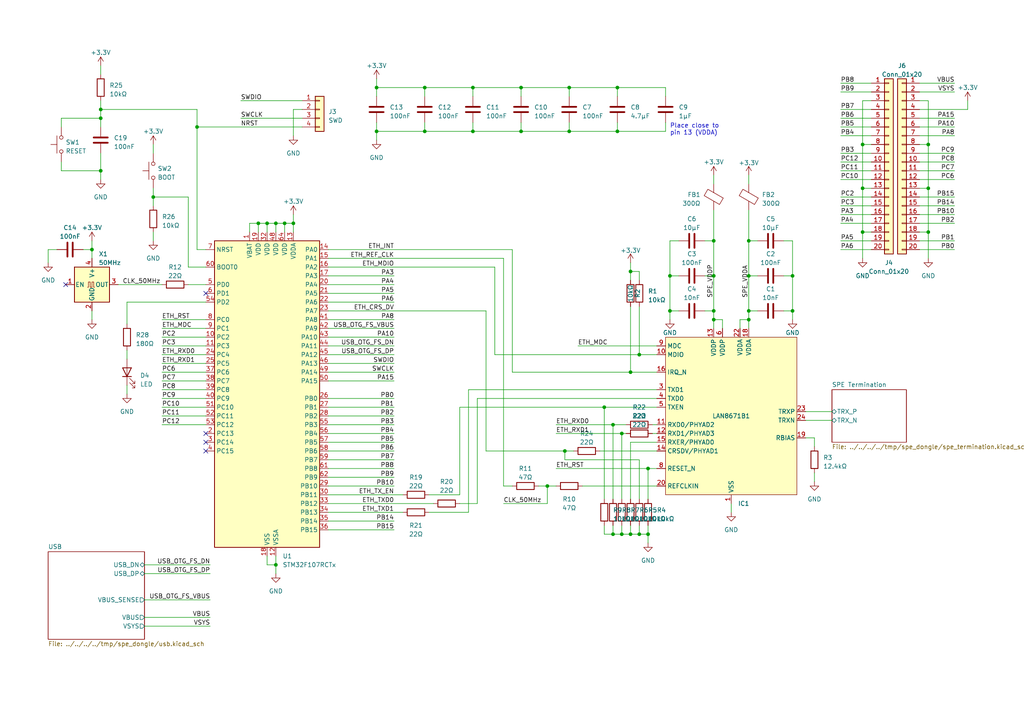
<source format=kicad_sch>
(kicad_sch (version 20230121) (generator eeschema)
  (paper "A4")
  (title_block (title "SPE Dongle") (date "2023-04-15") (rev "1.0") (company "Nathan Dumont"))
  (lib_symbols
    (symbol "Connector_Generic:Conn_01x04" (pin_names (offset 1.016) hide)
      (property "Reference" "J" (at 0 5.08 0))
      (property "Value" "Conn_01x04" (at 0 -7.62 0))
      (symbol "Conn_01x04_1_1"
        (pin passive line (at -5.08 2.54 0) (length 3.81) (name "Pin_1") (number "1"))
        (pin passive line (at -5.08 0 0) (length 3.81) (name "Pin_2") (number "2"))
        (pin passive line (at -5.08 -2.54 0) (length 3.81) (name "Pin_3") (number "3"))
        (pin passive line (at -5.08 -5.08 0) (length 3.81) (name "Pin_4") (number "4"))
      )
    )
    (symbol "Connector_Generic:Conn_01x20" (pin_names (offset 1.016) hide)
      (property "Reference" "J" (at 0 25.4 0))
      (property "Value" "Conn_01x20" (at 0 -27.94 0))
      (symbol "Conn_01x20_1_1"
        (pin passive line (at -5.08 22.86 0) (length 3.81) (name "Pin_1") (number "1"))
        (pin passive line (at -5.08 0 0) (length 3.81) (name "Pin_10") (number "10"))
        (pin passive line (at -5.08 -2.54 0) (length 3.81) (name "Pin_11") (number "11"))
        (pin passive line (at -5.08 -5.08 0) (length 3.81) (name "Pin_12") (number "12"))
        (pin passive line (at -5.08 -7.62 0) (length 3.81) (name "Pin_13") (number "13"))
        (pin passive line (at -5.08 -10.16 0) (length 3.81) (name "Pin_14") (number "14"))
        (pin passive line (at -5.08 -12.7 0) (length 3.81) (name "Pin_15") (number "15"))
        (pin passive line (at -5.08 -15.24 0) (length 3.81) (name "Pin_16") (number "16"))
        (pin passive line (at -5.08 -17.78 0) (length 3.81) (name "Pin_17") (number "17"))
        (pin passive line (at -5.08 -20.32 0) (length 3.81) (name "Pin_18") (number "18"))
        (pin passive line (at -5.08 -22.86 0) (length 3.81) (name "Pin_19") (number "19"))
        (pin passive line (at -5.08 20.32 0) (length 3.81) (name "Pin_2") (number "2"))
        (pin passive line (at -5.08 -25.4 0) (length 3.81) (name "Pin_20") (number "20"))
        (pin passive line (at -5.08 17.78 0) (length 3.81) (name "Pin_3") (number "3"))
        (pin passive line (at -5.08 15.24 0) (length 3.81) (name "Pin_4") (number "4"))
        (pin passive line (at -5.08 12.7 0) (length 3.81) (name "Pin_5") (number "5"))
        (pin passive line (at -5.08 10.16 0) (length 3.81) (name "Pin_6") (number "6"))
        (pin passive line (at -5.08 7.62 0) (length 3.81) (name "Pin_7") (number "7"))
        (pin passive line (at -5.08 5.08 0) (length 3.81) (name "Pin_8") (number "8"))
        (pin passive line (at -5.08 2.54 0) (length 3.81) (name "Pin_9") (number "9"))
      )
    )
    (symbol "Device:C" (pin_numbers hide) (pin_names (offset 0.254))
      (property "Reference" "C" (at 0.635 2.54 0))
      (property "Value" "C" (at 0.635 -2.54 0))
      (symbol "C_1_1"
        (pin passive line (at 0 3.81 270) (length 2.794) (name "~") (number "1"))
        (pin passive line (at 0 -3.81 90) (length 2.794) (name "~") (number "2"))
      )
    )
    (symbol "Device:FerriteBead" (pin_numbers hide) (pin_names (offset 0))
      (property "Reference" "FB" (at -3.81 0.635 90))
      (property "Value" "FerriteBead" (at 3.81 0 90))
      (symbol "FerriteBead_1_1"
        (pin passive line (at 0 3.81 270) (length 2.54) (name "~") (number "1"))
        (pin passive line (at 0 -3.81 90) (length 2.54) (name "~") (number "2"))
      )
    )
    (symbol "Device:LED" (pin_numbers hide) (pin_names (offset 1.016) hide)
      (property "Reference" "D" (at 0 2.54 0))
      (property "Value" "LED" (at 0 -2.54 0))
      (symbol "LED_1_1"
        (pin passive line (at -3.81 0 0) (length 2.54) (name "K") (number "1"))
        (pin passive line (at 3.81 0 180) (length 2.54) (name "A") (number "2"))
      )
    )
    (symbol "Device:R" (pin_numbers hide) (pin_names (offset 0))
      (property "Reference" "R" (at 2.032 0 90))
      (property "Value" "R" (at 0 0 90))
      (symbol "R_1_1"
        (pin passive line (at 0 3.81 270) (length 1.27) (name "~") (number "1"))
        (pin passive line (at 0 -3.81 90) (length 1.27) (name "~") (number "2"))
      )
    )
    (symbol "MCU_ST_STM32F1:STM32F107RCTx"
      (property "Reference" "U" (at -15.24 46.99 0))
      (property "Value" "STM32F107RCTx" (at 10.16 46.99 0))
      (symbol "STM32F107RCTx_1_1"
        (pin power_in line (at -5.08 48.26 270) (length 2.54) (name "VBAT") (number "1"))
        (pin bidirectional line (at -17.78 17.78 0) (length 2.54) (name "PC2") (number "10"))
        (pin bidirectional line (at -17.78 15.24 0) (length 2.54) (name "PC3") (number "11"))
        (pin power_in line (at 2.54 -45.72 90) (length 2.54) (name "VSSA") (number "12"))
        (pin power_in line (at 7.62 48.26 270) (length 2.54) (name "VDDA") (number "13"))
        (pin bidirectional line (at 17.78 43.18 180) (length 2.54) (name "PA0") (number "14"))
        (pin bidirectional line (at 17.78 40.64 180) (length 2.54) (name "PA1") (number "15"))
        (pin bidirectional line (at 17.78 38.1 180) (length 2.54) (name "PA2") (number "16"))
        (pin bidirectional line (at 17.78 35.56 180) (length 2.54) (name "PA3") (number "17"))
        (pin power_in line (at 0 -45.72 90) (length 2.54) (name "VSS") (number "18"))
        (pin power_in line (at -2.54 48.26 270) (length 2.54) (name "VDD") (number "19"))
        (pin bidirectional line (at -17.78 -10.16 0) (length 2.54) (name "PC13") (number "2"))
        (pin bidirectional line (at 17.78 33.02 180) (length 2.54) (name "PA4") (number "20"))
        (pin bidirectional line (at 17.78 30.48 180) (length 2.54) (name "PA5") (number "21"))
        (pin bidirectional line (at 17.78 27.94 180) (length 2.54) (name "PA6") (number "22"))
        (pin bidirectional line (at 17.78 25.4 180) (length 2.54) (name "PA7") (number "23"))
        (pin bidirectional line (at -17.78 12.7 0) (length 2.54) (name "PC4") (number "24"))
        (pin bidirectional line (at -17.78 10.16 0) (length 2.54) (name "PC5") (number "25"))
        (pin bidirectional line (at 17.78 0 180) (length 2.54) (name "PB0") (number "26"))
        (pin bidirectional line (at 17.78 -2.54 180) (length 2.54) (name "PB1") (number "27"))
        (pin bidirectional line (at 17.78 -5.08 180) (length 2.54) (name "PB2") (number "28"))
        (pin bidirectional line (at 17.78 -25.4 180) (length 2.54) (name "PB10") (number "29"))
        (pin bidirectional line (at -17.78 -12.7 0) (length 2.54) (name "PC14") (number "3"))
        (pin bidirectional line (at 17.78 -27.94 180) (length 2.54) (name "PB11") (number "30"))
        (pin passive line (at 0 -45.72 90) (length 2.54) hide (name "VSS") (number "31"))
        (pin power_in line (at 0 48.26 270) (length 2.54) (name "VDD") (number "32"))
        (pin bidirectional line (at 17.78 -30.48 180) (length 2.54) (name "PB12") (number "33"))
        (pin bidirectional line (at 17.78 -33.02 180) (length 2.54) (name "PB13") (number "34"))
        (pin bidirectional line (at 17.78 -35.56 180) (length 2.54) (name "PB14") (number "35"))
        (pin bidirectional line (at 17.78 -38.1 180) (length 2.54) (name "PB15") (number "36"))
        (pin bidirectional line (at -17.78 7.62 0) (length 2.54) (name "PC6") (number "37"))
        (pin bidirectional line (at -17.78 5.08 0) (length 2.54) (name "PC7") (number "38"))
        (pin bidirectional line (at -17.78 2.54 0) (length 2.54) (name "PC8") (number "39"))
        (pin bidirectional line (at -17.78 -15.24 0) (length 2.54) (name "PC15") (number "4"))
        (pin bidirectional line (at -17.78 0 0) (length 2.54) (name "PC9") (number "40"))
        (pin bidirectional line (at 17.78 22.86 180) (length 2.54) (name "PA8") (number "41"))
        (pin bidirectional line (at 17.78 20.32 180) (length 2.54) (name "PA9") (number "42"))
        (pin bidirectional line (at 17.78 17.78 180) (length 2.54) (name "PA10") (number "43"))
        (pin bidirectional line (at 17.78 15.24 180) (length 2.54) (name "PA11") (number "44"))
        (pin bidirectional line (at 17.78 12.7 180) (length 2.54) (name "PA12") (number "45"))
        (pin bidirectional line (at 17.78 10.16 180) (length 2.54) (name "PA13") (number "46"))
        (pin passive line (at 0 -45.72 90) (length 2.54) hide (name "VSS") (number "47"))
        (pin power_in line (at 2.54 48.26 270) (length 2.54) (name "VDD") (number "48"))
        (pin bidirectional line (at 17.78 7.62 180) (length 2.54) (name "PA14") (number "49"))
        (pin bidirectional line (at -17.78 33.02 0) (length 2.54) (name "PD0") (number "5"))
        (pin bidirectional line (at 17.78 5.08 180) (length 2.54) (name "PA15") (number "50"))
        (pin bidirectional line (at -17.78 -2.54 0) (length 2.54) (name "PC10") (number "51"))
        (pin bidirectional line (at -17.78 -5.08 0) (length 2.54) (name "PC11") (number "52"))
        (pin bidirectional line (at -17.78 -7.62 0) (length 2.54) (name "PC12") (number "53"))
        (pin bidirectional line (at -17.78 27.94 0) (length 2.54) (name "PD2") (number "54"))
        (pin bidirectional line (at 17.78 -7.62 180) (length 2.54) (name "PB3") (number "55"))
        (pin bidirectional line (at 17.78 -10.16 180) (length 2.54) (name "PB4") (number "56"))
        (pin bidirectional line (at 17.78 -12.7 180) (length 2.54) (name "PB5") (number "57"))
        (pin bidirectional line (at 17.78 -15.24 180) (length 2.54) (name "PB6") (number "58"))
        (pin bidirectional line (at 17.78 -17.78 180) (length 2.54) (name "PB7") (number "59"))
        (pin bidirectional line (at -17.78 30.48 0) (length 2.54) (name "PD1") (number "6"))
        (pin input line (at -17.78 38.1 0) (length 2.54) (name "BOOT0") (number "60"))
        (pin bidirectional line (at 17.78 -20.32 180) (length 2.54) (name "PB8") (number "61"))
        (pin bidirectional line (at 17.78 -22.86 180) (length 2.54) (name "PB9") (number "62"))
        (pin passive line (at 0 -45.72 90) (length 2.54) hide (name "VSS") (number "63"))
        (pin power_in line (at 5.08 48.26 270) (length 2.54) (name "VDD") (number "64"))
        (pin input line (at -17.78 43.18 0) (length 2.54) (name "NRST") (number "7"))
        (pin bidirectional line (at -17.78 22.86 0) (length 2.54) (name "PC0") (number "8"))
        (pin bidirectional line (at -17.78 20.32 0) (length 2.54) (name "PC1") (number "9"))
      )
    )
    (symbol "Oscillator:XO53" (pin_names (offset 0.254))
      (property "Reference" "X" (at -5.08 6.35 0))
      (property "Value" "XO53" (at 1.27 -6.35 0))
      (symbol "XO53_1_1"
        (pin input line (at -7.62 0 0) (length 2.54) (name "EN") (number "1"))
        (pin power_in line (at 0 -7.62 90) (length 2.54) (name "GND") (number "2"))
        (pin output line (at 7.62 0 180) (length 2.54) (name "OUT") (number "3"))
        (pin power_in line (at 0 7.62 270) (length 2.54) (name "V+") (number "4"))
      )
    )
    (symbol "Switch:SW_Push" (pin_numbers hide) (pin_names (offset 1.016) hide)
      (property "Reference" "SW" (at 1.27 2.54 0))
      (property "Value" "SW_Push" (at 0 -1.524 0))
      (symbol "SW_Push_0_1"
        (pin passive line (at -5.08 0 0) (length 2.54) (name "1") (number "1"))
        (pin passive line (at 5.08 0 180) (length 2.54) (name "2") (number "2"))
      )
    )
    (symbol "power:+3.3V" (power) (pin_names (offset 0))
      (property "Value" "+3.3V" (at 0 3.556 0))
      (symbol "+3.3V_1_1"
        (pin power_in line (at 0 0 90) (length 0) hide (name "+3.3V") (number "1"))
      )
    )
    (symbol "power:GND" (power) (pin_names (offset 0))
      (property "Value" "GND" (at 0 -3.81 0))
      (symbol "GND_1_1"
        (pin power_in line (at 0 0 270) (length 0) hide (name "GND") (number "1"))
      )
    )
    (symbol "power:PWR_FLAG" (power) (pin_numbers hide) (pin_names (offset 0) hide)
      (property "Value" "PWR_FLAG" (at 0 3.81 0))
      (symbol "PWR_FLAG_0_0"
        (pin power_out line (at 0 0 90) (length 0) (name "pwr") (number "1"))
      )
    )
    (symbol "spe:LAN8671B1"
      (property "Reference" "IC" (at 0 0 0))
      (symbol "LAN8671B1_1_1"
        (pin power_in line (at 0 -25.4 90) (length 2.54) (name "VSS") (number "1"))
        (pin bidirectional line (at -21.59 17.78 0) (length 2.54) (name "MDIO") (number "10"))
        (pin output line (at -21.59 -2.54 0) (length 2.54) (name "RXD0/PHYAD2") (number "11"))
        (pin output line (at -21.59 -5.08 0) (length 2.54) (name "RXD1/PHYAD3") (number "12"))
        (pin power_in line (at -5.08 25.4 270) (length 2.54) (name "VDDP") (number "13"))
        (pin output line (at -21.59 -10.16 0) (length 2.54) (name "CRSDV/PHYAD1") (number "14"))
        (pin output line (at -21.59 -7.62 0) (length 2.54) (name "RXER/PHYAD0") (number "15"))
        (pin output line (at -21.59 12.7 0) (length 2.54) (name "IRQ_N") (number "16"))
        (pin no_connect line (at 21.59 6.35 180) (length 2.54) hide (name "DNC") (number "17"))
        (pin power_in line (at 5.08 25.4 270) (length 2.54) (name "VDDA") (number "18"))
        (pin passive line (at 21.59 -6.35 180) (length 2.54) (name "RBIAS") (number "19"))
        (pin no_connect line (at 21.59 11.43 180) (length 2.54) hide (name "DNC") (number "2"))
        (pin passive line (at -21.59 -20.32 0) (length 2.54) (name "REFCLKIN") (number "20"))
        (pin no_connect line (at 21.59 3.81 180) (length 2.54) hide (name "DNC") (number "21"))
        (pin power_in line (at 2.54 25.4 270) (length 2.54) (name "VDDA") (number "22"))
        (pin bidirectional line (at 21.59 1.27 180) (length 2.54) (name "TRXP") (number "23"))
        (pin bidirectional line (at 21.59 -1.27 180) (length 2.54) (name "TRXN") (number "24"))
        (pin power_in line (at 0 -25.4 90) (length 2.54) hide (name "VSS") (number "25"))
        (pin input line (at -21.59 7.62 0) (length 2.54) (name "TXD1") (number "3"))
        (pin input line (at -21.59 5.08 0) (length 2.54) (name "TXD0") (number "4"))
        (pin input line (at -21.59 2.54 0) (length 2.54) (name "TXEN") (number "5"))
        (pin power_in line (at -2.54 25.4 270) (length 2.54) (name "VDDP") (number "6"))
        (pin no_connect line (at 21.59 8.89 180) (length 2.54) hide (name "DNC") (number "7"))
        (pin input line (at -21.59 -15.24 0) (length 2.54) (name "RESET_N") (number "8"))
        (pin input line (at -21.59 20.32 0) (length 2.54) (name "MDC") (number "9"))
      )
    )
  )
  (junction (at 185.42 154.94))
  (junction (at 177.8 123.19))
  (junction (at 29.21 34.29))
  (junction (at 269.24 41.91))
  (junction (at 194.31 90.17))
  (junction (at 109.22 38.1))
  (junction (at 158.75 140.97))
  (junction (at 163.83 130.81))
  (junction (at 217.17 69.85))
  (junction (at 180.34 154.94))
  (junction (at 217.17 80.01))
  (junction (at 217.17 90.17))
  (junction (at 182.88 78.74))
  (junction (at 123.19 25.4))
  (junction (at 182.88 154.94))
  (junction (at 269.24 67.31))
  (junction (at 44.45 57.15))
  (junction (at 229.87 80.01))
  (junction (at 80.01 163.83))
  (junction (at 207.01 90.17))
  (junction (at 207.01 92.71))
  (junction (at 57.15 36.83))
  (junction (at 80.01 64.77))
  (junction (at 109.22 25.4))
  (junction (at 82.55 64.77))
  (junction (at 187.96 135.89))
  (junction (at 207.01 69.85))
  (junction (at 250.19 54.61))
  (junction (at 180.34 125.73))
  (junction (at 85.09 64.77))
  (junction (at 182.88 107.95))
  (junction (at 74.93 64.77))
  (junction (at 137.16 25.4))
  (junction (at 151.13 25.4))
  (junction (at 177.8 154.94))
  (junction (at 175.26 118.11))
  (junction (at 187.96 154.94))
  (junction (at 269.24 54.61))
  (junction (at 179.07 38.1))
  (junction (at 137.16 38.1))
  (junction (at 185.42 102.87))
  (junction (at 229.87 90.17))
  (junction (at 207.01 80.01))
  (junction (at 165.1 38.1))
  (junction (at 217.17 92.71))
  (junction (at 29.21 49.53))
  (junction (at 151.13 38.1))
  (junction (at 29.21 31.75))
  (junction (at 179.07 25.4))
  (junction (at 250.19 41.91))
  (junction (at 123.19 38.1))
  (junction (at 250.19 67.31))
  (junction (at 26.67 72.39))
  (junction (at 77.47 64.77))
  (junction (at 194.31 80.01))
  (junction (at 165.1 25.4))
  (no_connect (at 59.69 130.81))
  (no_connect (at 59.69 128.27))
  (no_connect (at 59.69 85.09))
  (no_connect (at 19.05 82.55))
  (no_connect (at 59.69 125.73))
  (wire (pts (xy 85.09 64.77) (xy 85.09 67.31)))
  (wire (pts (xy 190.5 123.19) (xy 189.23 123.19)))
  (wire (pts (xy 46.99 118.11) (xy 59.69 118.11)))
  (wire (pts (xy 95.25 102.87) (xy 114.3 102.87)))
  (wire (pts (xy 318.77 83.82) (xy 331.47 83.82)))
  (wire (pts (xy 77.47 64.77) (xy 77.47 67.31)))
  (wire (pts (xy 266.7 72.39) (xy 276.86 72.39)))
  (wire (pts (xy 156.21 140.97) (xy 158.75 140.97)))
  (wire (pts (xy 269.24 41.91) (xy 269.24 54.61)))
  (wire (pts (xy 46.99 100.33) (xy 59.69 100.33)))
  (wire (pts (xy 151.13 35.56) (xy 151.13 38.1)))
  (wire (pts (xy 95.25 146.05) (xy 125.73 146.05)))
  (wire (pts (xy 217.17 80.01) (xy 217.17 90.17)))
  (wire (pts (xy 243.84 62.23) (xy 252.73 62.23)))
  (wire (pts (xy 80.01 64.77) (xy 80.01 67.31)))
  (wire (pts (xy 185.42 102.87) (xy 185.42 88.9)))
  (wire (pts (xy 95.25 138.43) (xy 114.3 138.43)))
  (wire (pts (xy 46.99 107.95) (xy 59.69 107.95)))
  (wire (pts (xy 95.25 140.97) (xy 114.3 140.97)))
  (wire (pts (xy 140.97 130.81) (xy 140.97 90.17)))
  (wire (pts (xy 165.1 25.4) (xy 179.07 25.4)))
  (wire (pts (xy 85.09 62.23) (xy 85.09 64.77)))
  (wire (pts (xy 137.16 38.1) (xy 151.13 38.1)))
  (wire (pts (xy 74.93 64.77) (xy 77.47 64.77)))
  (wire (pts (xy 207.01 50.8) (xy 207.01 53.34)))
  (wire (pts (xy 250.19 41.91) (xy 252.73 41.91)))
  (wire (pts (xy 177.8 123.19) (xy 177.8 144.78)))
  (wire (pts (xy 95.25 125.73) (xy 114.3 125.73)))
  (wire (pts (xy 133.35 118.11) (xy 133.35 143.51)))
  (wire (pts (xy 219.71 90.17) (xy 217.17 90.17)))
  (wire (pts (xy 57.15 36.83) (xy 87.63 36.83)))
  (wire (pts (xy 137.16 25.4) (xy 137.16 27.94)))
  (wire (pts (xy 179.07 25.4) (xy 179.07 27.94)))
  (wire (pts (xy 109.22 25.4) (xy 123.19 25.4)))
  (wire (pts (xy 250.19 29.21) (xy 250.19 41.91)))
  (wire (pts (xy 250.19 54.61) (xy 252.73 54.61)))
  (wire (pts (xy 243.84 59.69) (xy 252.73 59.69)))
  (wire (pts (xy 207.01 80.01) (xy 207.01 90.17)))
  (wire (pts (xy 193.04 25.4) (xy 193.04 27.94)))
  (wire (pts (xy 179.07 38.1) (xy 193.04 38.1)))
  (wire (pts (xy 161.29 123.19) (xy 177.8 123.19)))
  (wire (pts (xy 44.45 67.31) (xy 44.45 69.85)))
  (wire (pts (xy 123.19 25.4) (xy 123.19 27.94)))
  (wire (pts (xy 266.7 26.67) (xy 276.86 26.67)))
  (wire (pts (xy 46.99 113.03) (xy 59.69 113.03)))
  (wire (pts (xy 123.19 38.1) (xy 137.16 38.1)))
  (wire (pts (xy 77.47 161.29) (xy 77.47 163.83)))
  (wire (pts (xy 26.67 69.85) (xy 26.67 72.39)))
  (wire (pts (xy 29.21 31.75) (xy 29.21 34.29)))
  (wire (pts (xy 46.99 123.19) (xy 59.69 123.19)))
  (wire (pts (xy 95.25 143.51) (xy 116.84 143.51)))
  (wire (pts (xy 95.25 105.41) (xy 114.3 105.41)))
  (wire (pts (xy 72.39 64.77) (xy 74.93 64.77)))
  (wire (pts (xy 243.84 34.29) (xy 252.73 34.29)))
  (wire (pts (xy 233.68 121.92) (xy 241.3 121.92)))
  (wire (pts (xy 137.16 35.56) (xy 137.16 38.1)))
  (wire (pts (xy 280.67 31.75) (xy 280.67 29.21)))
  (wire (pts (xy 165.1 25.4) (xy 165.1 27.94)))
  (wire (pts (xy 158.75 140.97) (xy 161.29 140.97)))
  (wire (pts (xy 17.78 34.29) (xy 29.21 34.29)))
  (wire (pts (xy 209.55 92.71) (xy 207.01 92.71)))
  (wire (pts (xy 179.07 35.56) (xy 179.07 38.1)))
  (wire (pts (xy 250.19 67.31) (xy 252.73 67.31)))
  (wire (pts (xy 266.7 64.77) (xy 276.86 64.77)))
  (wire (pts (xy 146.05 140.97) (xy 148.59 140.97)))
  (wire (pts (xy 204.47 80.01) (xy 207.01 80.01)))
  (wire (pts (xy 41.91 173.99) (xy 60.96 173.99)))
  (wire (pts (xy 217.17 60.96) (xy 217.17 69.85)))
  (wire (pts (xy 266.7 46.99) (xy 276.86 46.99)))
  (wire (pts (xy 173.99 130.81) (xy 190.5 130.81)))
  (wire (pts (xy 266.7 24.13) (xy 276.86 24.13)))
  (wire (pts (xy 143.51 102.87) (xy 185.42 102.87)))
  (wire (pts (xy 95.25 133.35) (xy 114.3 133.35)))
  (wire (pts (xy 54.61 82.55) (xy 59.69 82.55)))
  (wire (pts (xy 196.85 80.01) (xy 194.31 80.01)))
  (wire (pts (xy 182.88 128.27) (xy 182.88 144.78)))
  (wire (pts (xy 179.07 25.4) (xy 193.04 25.4)))
  (wire (pts (xy 163.83 130.81) (xy 166.37 130.81)))
  (wire (pts (xy 29.21 31.75) (xy 57.15 31.75)))
  (wire (pts (xy 17.78 36.83) (xy 17.78 34.29)))
  (wire (pts (xy 266.7 62.23) (xy 276.86 62.23)))
  (wire (pts (xy 41.91 166.37) (xy 60.96 166.37)))
  (wire (pts (xy 266.7 59.69) (xy 276.86 59.69)))
  (wire (pts (xy 243.84 26.67) (xy 252.73 26.67)))
  (wire (pts (xy 269.24 67.31) (xy 266.7 67.31)))
  (wire (pts (xy 29.21 29.21) (xy 29.21 31.75)))
  (wire (pts (xy 77.47 64.77) (xy 80.01 64.77)))
  (wire (pts (xy 151.13 25.4) (xy 151.13 27.94)))
  (wire (pts (xy 165.1 38.1) (xy 179.07 38.1)))
  (wire (pts (xy 161.29 135.89) (xy 187.96 135.89)))
  (wire (pts (xy 236.22 137.16) (xy 236.22 139.7)))
  (wire (pts (xy 95.25 115.57) (xy 114.3 115.57)))
  (wire (pts (xy 80.01 163.83) (xy 80.01 161.29)))
  (wire (pts (xy 29.21 44.45) (xy 29.21 49.53)))
  (wire (pts (xy 217.17 69.85) (xy 219.71 69.85)))
  (wire (pts (xy 95.25 120.65) (xy 114.3 120.65)))
  (wire (pts (xy 252.73 29.21) (xy 250.19 29.21)))
  (wire (pts (xy 217.17 50.8) (xy 217.17 53.34)))
  (wire (pts (xy 181.61 125.73) (xy 180.34 125.73)))
  (wire (pts (xy 243.84 64.77) (xy 252.73 64.77)))
  (wire (pts (xy 177.8 152.4) (xy 177.8 154.94)))
  (wire (pts (xy 349.25 80.01) (xy 349.25 82.55)))
  (wire (pts (xy 269.24 41.91) (xy 266.7 41.91)))
  (wire (pts (xy 72.39 67.31) (xy 72.39 64.77)))
  (wire (pts (xy 182.88 107.95) (xy 190.5 107.95)))
  (wire (pts (xy 69.85 34.29) (xy 87.63 34.29)))
  (wire (pts (xy 180.34 152.4) (xy 180.34 154.94)))
  (wire (pts (xy 185.42 154.94) (xy 187.96 154.94)))
  (wire (pts (xy 29.21 34.29) (xy 29.21 36.83)))
  (wire (pts (xy 95.25 72.39) (xy 148.59 72.39)))
  (wire (pts (xy 158.75 140.97) (xy 158.75 146.05)))
  (wire (pts (xy 17.78 49.53) (xy 29.21 49.53)))
  (wire (pts (xy 95.25 82.55) (xy 114.3 82.55)))
  (wire (pts (xy 266.7 44.45) (xy 276.86 44.45)))
  (wire (pts (xy 180.34 154.94) (xy 182.88 154.94)))
  (wire (pts (xy 148.59 72.39) (xy 148.59 107.95)))
  (wire (pts (xy 229.87 90.17) (xy 229.87 92.71)))
  (wire (pts (xy 95.25 118.11) (xy 114.3 118.11)))
  (wire (pts (xy 175.26 154.94) (xy 177.8 154.94)))
  (wire (pts (xy 243.84 36.83) (xy 252.73 36.83)))
  (wire (pts (xy 194.31 90.17) (xy 196.85 90.17)))
  (wire (pts (xy 95.25 80.01) (xy 114.3 80.01)))
  (wire (pts (xy 29.21 19.05) (xy 29.21 21.59)))
  (wire (pts (xy 80.01 163.83) (xy 80.01 166.37)))
  (wire (pts (xy 138.43 146.05) (xy 138.43 115.57)))
  (wire (pts (xy 109.22 38.1) (xy 109.22 40.64)))
  (wire (pts (xy 227.33 69.85) (xy 229.87 69.85)))
  (wire (pts (xy 207.01 90.17) (xy 207.01 92.71)))
  (wire (pts (xy 182.88 81.28) (xy 182.88 78.74)))
  (wire (pts (xy 250.19 41.91) (xy 250.19 54.61)))
  (wire (pts (xy 269.24 54.61) (xy 269.24 67.31)))
  (wire (pts (xy 13.97 72.39) (xy 13.97 76.2)))
  (wire (pts (xy 95.25 123.19) (xy 114.3 123.19)))
  (wire (pts (xy 124.46 143.51) (xy 133.35 143.51)))
  (wire (pts (xy 217.17 80.01) (xy 217.17 69.85)))
  (wire (pts (xy 123.19 35.56) (xy 123.19 38.1)))
  (wire (pts (xy 82.55 64.77) (xy 82.55 67.31)))
  (wire (pts (xy 204.47 90.17) (xy 207.01 90.17)))
  (wire (pts (xy 95.25 95.25) (xy 114.3 95.25)))
  (wire (pts (xy 44.45 41.91) (xy 44.45 44.45)))
  (wire (pts (xy 95.25 85.09) (xy 114.3 85.09)))
  (wire (pts (xy 36.83 101.6) (xy 36.83 104.14)))
  (wire (pts (xy 163.83 130.81) (xy 163.83 133.35)))
  (wire (pts (xy 95.25 97.79) (xy 114.3 97.79)))
  (wire (pts (xy 266.7 29.21) (xy 269.24 29.21)))
  (wire (pts (xy 41.91 179.07) (xy 60.96 179.07)))
  (wire (pts (xy 36.83 111.76) (xy 36.83 114.3)))
  (wire (pts (xy 182.88 78.74) (xy 185.42 78.74)))
  (wire (pts (xy 187.96 135.89) (xy 187.96 144.78)))
  (wire (pts (xy 165.1 35.56) (xy 165.1 38.1)))
  (wire (pts (xy 214.63 95.25) (xy 214.63 92.71)))
  (wire (pts (xy 180.34 125.73) (xy 180.34 144.78)))
  (wire (pts (xy 95.25 148.59) (xy 116.84 148.59)))
  (wire (pts (xy 44.45 57.15) (xy 54.61 57.15)))
  (wire (pts (xy 95.25 90.17) (xy 140.97 90.17)))
  (wire (pts (xy 57.15 36.83) (xy 57.15 72.39)))
  (wire (pts (xy 209.55 95.25) (xy 209.55 92.71)))
  (wire (pts (xy 54.61 77.47) (xy 59.69 77.47)))
  (wire (pts (xy 266.7 31.75) (xy 280.67 31.75)))
  (wire (pts (xy 41.91 163.83) (xy 60.96 163.83)))
  (wire (pts (xy 46.99 102.87) (xy 59.69 102.87)))
  (wire (pts (xy 137.16 25.4) (xy 151.13 25.4)))
  (wire (pts (xy 163.83 133.35) (xy 185.42 133.35)))
  (wire (pts (xy 54.61 57.15) (xy 54.61 77.47)))
  (wire (pts (xy 185.42 78.74) (xy 185.42 81.28)))
  (wire (pts (xy 187.96 154.94) (xy 187.96 152.4)))
  (wire (pts (xy 331.47 97.79) (xy 331.47 93.98)))
  (wire (pts (xy 151.13 38.1) (xy 165.1 38.1)))
  (wire (pts (xy 109.22 35.56) (xy 109.22 38.1)))
  (wire (pts (xy 57.15 31.75) (xy 57.15 36.83)))
  (wire (pts (xy 124.46 148.59) (xy 135.89 148.59)))
  (wire (pts (xy 190.5 135.89) (xy 187.96 135.89)))
  (wire (pts (xy 87.63 31.75) (xy 85.09 31.75)))
  (wire (pts (xy 207.01 69.85) (xy 207.01 80.01)))
  (wire (pts (xy 109.22 27.94) (xy 109.22 25.4)))
  (wire (pts (xy 266.7 36.83) (xy 276.86 36.83)))
  (wire (pts (xy 190.5 102.87) (xy 185.42 102.87)))
  (wire (pts (xy 190.5 113.03) (xy 135.89 113.03)))
  (wire (pts (xy 46.99 105.41) (xy 59.69 105.41)))
  (wire (pts (xy 74.93 64.77) (xy 74.93 67.31)))
  (wire (pts (xy 95.25 74.93) (xy 146.05 74.93)))
  (wire (pts (xy 196.85 69.85) (xy 194.31 69.85)))
  (wire (pts (xy 207.01 60.96) (xy 207.01 69.85)))
  (wire (pts (xy 194.31 80.01) (xy 194.31 90.17)))
  (wire (pts (xy 138.43 115.57) (xy 190.5 115.57)))
  (wire (pts (xy 233.68 119.38) (xy 241.3 119.38)))
  (wire (pts (xy 36.83 87.63) (xy 36.83 93.98)))
  (wire (pts (xy 182.88 152.4) (xy 182.88 154.94)))
  (wire (pts (xy 243.84 44.45) (xy 252.73 44.45)))
  (wire (pts (xy 95.25 151.13) (xy 114.3 151.13)))
  (wire (pts (xy 109.22 38.1) (xy 123.19 38.1)))
  (wire (pts (xy 151.13 25.4) (xy 165.1 25.4)))
  (wire (pts (xy 182.88 154.94) (xy 185.42 154.94)))
  (wire (pts (xy 236.22 127) (xy 236.22 129.54)))
  (wire (pts (xy 182.88 88.9) (xy 182.88 107.95)))
  (wire (pts (xy 41.91 181.61) (xy 60.96 181.61)))
  (wire (pts (xy 26.67 74.93) (xy 26.67 72.39)))
  (wire (pts (xy 80.01 64.77) (xy 82.55 64.77)))
  (wire (pts (xy 29.21 49.53) (xy 29.21 52.07)))
  (wire (pts (xy 44.45 54.61) (xy 44.45 57.15)))
  (wire (pts (xy 194.31 90.17) (xy 194.31 92.71)))
  (wire (pts (xy 161.29 125.73) (xy 180.34 125.73)))
  (wire (pts (xy 193.04 38.1) (xy 193.04 35.56)))
  (wire (pts (xy 212.09 146.05) (xy 212.09 148.59)))
  (wire (pts (xy 26.67 90.17) (xy 26.67 92.71)))
  (wire (pts (xy 194.31 69.85) (xy 194.31 80.01)))
  (wire (pts (xy 17.78 46.99) (xy 17.78 49.53)))
  (wire (pts (xy 229.87 90.17) (xy 227.33 90.17)))
  (wire (pts (xy 123.19 25.4) (xy 137.16 25.4)))
  (wire (pts (xy 190.5 125.73) (xy 189.23 125.73)))
  (wire (pts (xy 95.25 130.81) (xy 114.3 130.81)))
  (wire (pts (xy 146.05 146.05) (xy 158.75 146.05)))
  (wire (pts (xy 59.69 87.63) (xy 36.83 87.63)))
  (wire (pts (xy 266.7 34.29) (xy 276.86 34.29)))
  (wire (pts (xy 24.13 72.39) (xy 26.67 72.39)))
  (wire (pts (xy 250.19 67.31) (xy 250.19 74.93)))
  (wire (pts (xy 175.26 144.78) (xy 175.26 118.11)))
  (wire (pts (xy 207.01 92.71) (xy 207.01 95.25)))
  (wire (pts (xy 266.7 57.15) (xy 276.86 57.15)))
  (wire (pts (xy 95.25 77.47) (xy 143.51 77.47)))
  (wire (pts (xy 95.25 110.49) (xy 114.3 110.49)))
  (wire (pts (xy 243.84 39.37) (xy 252.73 39.37)))
  (wire (pts (xy 181.61 123.19) (xy 177.8 123.19)))
  (wire (pts (xy 269.24 67.31) (xy 269.24 74.93)))
  (wire (pts (xy 175.26 152.4) (xy 175.26 154.94)))
  (wire (pts (xy 46.99 120.65) (xy 59.69 120.65)))
  (wire (pts (xy 214.63 92.71) (xy 217.17 92.71)))
  (wire (pts (xy 233.68 127) (xy 236.22 127)))
  (wire (pts (xy 95.25 128.27) (xy 114.3 128.27)))
  (wire (pts (xy 269.24 54.61) (xy 266.7 54.61)))
  (wire (pts (xy 243.84 57.15) (xy 252.73 57.15)))
  (wire (pts (xy 16.51 72.39) (xy 13.97 72.39)))
  (wire (pts (xy 177.8 154.94) (xy 180.34 154.94)))
  (wire (pts (xy 243.84 31.75) (xy 252.73 31.75)))
  (wire (pts (xy 190.5 128.27) (xy 182.88 128.27)))
  (wire (pts (xy 46.99 97.79) (xy 59.69 97.79)))
  (wire (pts (xy 243.84 46.99) (xy 252.73 46.99)))
  (wire (pts (xy 95.25 153.67) (xy 114.3 153.67)))
  (wire (pts (xy 331.47 83.82) (xy 331.47 80.01)))
  (wire (pts (xy 69.85 29.21) (xy 87.63 29.21)))
  (wire (pts (xy 318.77 97.79) (xy 331.47 97.79)))
  (wire (pts (xy 269.24 29.21) (xy 269.24 41.91)))
  (wire (pts (xy 34.29 82.55) (xy 46.99 82.55)))
  (wire (pts (xy 204.47 69.85) (xy 207.01 69.85)))
  (wire (pts (xy 243.84 69.85) (xy 252.73 69.85)))
  (wire (pts (xy 182.88 76.2) (xy 182.88 78.74)))
  (wire (pts (xy 148.59 107.95) (xy 182.88 107.95)))
  (wire (pts (xy 95.25 135.89) (xy 114.3 135.89)))
  (wire (pts (xy 95.25 107.95) (xy 114.3 107.95)))
  (wire (pts (xy 266.7 52.07) (xy 276.86 52.07)))
  (wire (pts (xy 266.7 69.85) (xy 276.86 69.85)))
  (wire (pts (xy 140.97 130.81) (xy 163.83 130.81)))
  (wire (pts (xy 168.91 140.97) (xy 190.5 140.97)))
  (wire (pts (xy 229.87 80.01) (xy 229.87 90.17)))
  (wire (pts (xy 175.26 118.11) (xy 133.35 118.11)))
  (wire (pts (xy 46.99 92.71) (xy 59.69 92.71)))
  (wire (pts (xy 146.05 74.93) (xy 146.05 140.97)))
  (wire (pts (xy 217.17 90.17) (xy 217.17 92.71)))
  (wire (pts (xy 227.33 80.01) (xy 229.87 80.01)))
  (wire (pts (xy 250.19 54.61) (xy 250.19 67.31)))
  (wire (pts (xy 77.47 163.83) (xy 80.01 163.83)))
  (wire (pts (xy 187.96 154.94) (xy 187.96 157.48)))
  (wire (pts (xy 219.71 80.01) (xy 217.17 80.01)))
  (wire (pts (xy 135.89 113.03) (xy 135.89 148.59)))
  (wire (pts (xy 46.99 110.49) (xy 59.69 110.49)))
  (wire (pts (xy 167.64 100.33) (xy 190.5 100.33)))
  (wire (pts (xy 243.84 72.39) (xy 252.73 72.39)))
  (wire (pts (xy 185.42 152.4) (xy 185.42 154.94)))
  (wire (pts (xy 243.84 52.07) (xy 252.73 52.07)))
  (wire (pts (xy 175.26 118.11) (xy 190.5 118.11)))
  (wire (pts (xy 46.99 95.25) (xy 59.69 95.25)))
  (wire (pts (xy 243.84 24.13) (xy 252.73 24.13)))
  (wire (pts (xy 82.55 64.77) (xy 85.09 64.77)))
  (wire (pts (xy 57.15 72.39) (xy 59.69 72.39)))
  (wire (pts (xy 46.99 115.57) (xy 59.69 115.57)))
  (wire (pts (xy 243.84 49.53) (xy 252.73 49.53)))
  (wire (pts (xy 109.22 22.86) (xy 109.22 25.4)))
  (wire (pts (xy 133.35 146.05) (xy 138.43 146.05)))
  (wire (pts (xy 85.09 31.75) (xy 85.09 39.37)))
  (wire (pts (xy 95.25 100.33) (xy 114.3 100.33)))
  (wire (pts (xy 266.7 49.53) (xy 276.86 49.53)))
  (wire (pts (xy 95.25 92.71) (xy 114.3 92.71)))
  (wire (pts (xy 143.51 77.47) (xy 143.51 102.87)))
  (wire (pts (xy 95.25 87.63) (xy 114.3 87.63)))
  (wire (pts (xy 229.87 69.85) (xy 229.87 80.01)))
  (wire (pts (xy 266.7 39.37) (xy 276.86 39.37)))
  (wire (pts (xy 217.17 92.71) (xy 217.17 95.25)))
  (wire (pts (xy 185.42 133.35) (xy 185.42 144.78)))
  (wire (pts (xy 44.45 57.15) (xy 44.45 59.69)))
  (text "Place close to\npin 13 (VDDA)" (at 194.31 39.37 0) (effects (font (size 1.27 1.27)) (justify left bottom)))
  (label "PA15" (at 276.86 34.29 180))
  (label "PA4" (at 243.84 64.77 0))
  (label "ETH_TXD0" (at 114.3 146.05 180))
  (label "PB4" (at 114.3 125.73 180))
  (label "PB2" (at 114.3 120.65 180))
  (label "PB4" (at 243.84 39.37 0))
  (label "PC11" (at 46.99 120.65 0))
  (label "USB_OTG_FS_VBUS" (at 60.96 173.99 180))
  (label "PB5" (at 114.3 128.27 180))
  (label "SWDIO" (at 114.3 105.41 180))
  (label "PB14" (at 276.86 59.69 180))
  (label "PB9" (at 243.84 26.67 0))
  (label "VSYS" (at 60.96 181.61 180))
  (label "PA6" (at 114.3 87.63 180))
  (label "PB3" (at 114.3 123.19 180))
  (label "PC12" (at 46.99 123.19 0))
  (label "ETH_INT" (at 114.3 72.39 180))
  (label "CLK_50MHz" (at 146.05 146.05 0))
  (label "PC3" (at 46.99 100.33 0))
  (label "PC2" (at 46.99 97.79 0))
  (label "PA4" (at 114.3 82.55 180))
  (label "ETH_TX_EN" (at 114.3 143.51 180))
  (label "ETH_MDC" (at 46.99 95.25 0))
  (label "PB1" (at 114.3 118.11 180))
  (label "ETH_RST" (at 46.99 92.71 0))
  (label "ETH_RXD1" (at 46.99 105.41 0))
  (label "ETH_RXD0" (at 161.29 123.19 0))
  (label "PA10" (at 276.86 36.83 180))
  (label "PA8" (at 114.3 92.71 180))
  (label "CLK_50MHz" (at 35.56 82.55 0))
  (label "PC10" (at 243.84 52.07 0))
  (label "ETH_MDIO" (at 114.3 77.47 180))
  (label "PB7" (at 114.3 133.35 180))
  (label "PB5" (at 243.84 36.83 0))
  (label "PC9" (at 46.99 115.57 0))
  (label "VBUS" (at 276.86 24.13 180))
  (label "PB14" (at 114.3 151.13 180))
  (label "USB_OTG_FS_DN" (at 114.3 100.33 180))
  (label "PB8" (at 243.84 24.13 0))
  (label "USB_OTG_FS_DP" (at 60.96 166.37 180))
  (label "PC9" (at 276.86 44.45 180))
  (label "PB15" (at 114.3 153.67 180))
  (label "PC3" (at 243.84 59.69 0))
  (label "PB7" (at 243.84 31.75 0))
  (label "PC8" (at 276.86 46.99 180))
  (label "PB6" (at 243.84 34.29 0))
  (label "PB0" (at 276.86 72.39 180))
  (label "ETH_MDC" (at 167.64 100.33 0))
  (label "PA8" (at 276.86 39.37 180))
  (label "PB1" (at 276.86 69.85 180))
  (label "PB10" (at 276.86 62.23 180))
  (label "PC11" (at 243.84 49.53 0))
  (label "SPE_VDDA" (at 318.77 97.79 0))
  (label "ETH_RXD1" (at 161.29 125.73 0))
  (label "VBUS" (at 60.96 179.07 180))
  (label "PB2" (at 276.86 64.77 180))
  (label "ETH_REF_CLK" (at 114.3 74.93 180))
  (label "PA3" (at 243.84 62.23 0))
  (label "PC12" (at 243.84 46.99 0))
  (label "PC8" (at 46.99 113.03 0))
  (label "SWCLK" (at 114.3 107.95 180))
  (label "ETH_TXD1" (at 114.3 148.59 180))
  (label "PB8" (at 114.3 135.89 180))
  (label "USB_OTG_FS_DP" (at 114.3 102.87 180))
  (label "SPE_VDDP" (at 207.01 86.36 90))
  (label "PC2" (at 243.84 57.15 0))
  (label "PA5" (at 114.3 85.09 180))
  (label "ETH_RST" (at 161.29 135.89 0))
  (label "PB0" (at 114.3 115.57 180))
  (label "SPE_VDDA" (at 217.17 86.36 90))
  (label "PA6" (at 243.84 72.39 0))
  (label "SWCLK" (at 69.85 34.29 0))
  (label "SWDIO" (at 69.85 29.21 0))
  (label "ETH_RXD0" (at 46.99 102.87 0))
  (label "USB_OTG_FS_VBUS" (at 114.3 95.25 180))
  (label "PC7" (at 46.99 110.49 0))
  (label "PC6" (at 46.99 107.95 0))
  (label "PC10" (at 46.99 118.11 0))
  (label "PA15" (at 114.3 110.49 180))
  (label "PC7" (at 276.86 49.53 180))
  (label "PB9" (at 114.3 138.43 180))
  (label "PA5" (at 243.84 69.85 0))
  (label "PA3" (at 114.3 80.01 180))
  (label "PB15" (at 276.86 57.15 180))
  (label "USB_OTG_FS_DN" (at 60.96 163.83 180))
  (label "PA10" (at 114.3 97.79 180))
  (label "PB6" (at 114.3 130.81 180))
  (label "PB3" (at 243.84 44.45 0))
  (label "VSYS" (at 276.86 26.67 180))
  (label "SPE_VDDP" (at 318.77 83.82 0))
  (label "NRST" (at 69.85 36.83 0))
  (label "ETH_CRS_DV" (at 114.3 90.17 180))
  (label "PB10" (at 114.3 140.97 180))
  (label "PC6" (at 276.86 52.07 180))
  (symbol (lib_id "Device:R") (at 177.8 148.59 0) (unit 1)
    (property "Reference" "R8" (at 180.34 147.955 0) (effects (justify left)))
    (property "Value" "10kΩ" (at 180.34 150.495 0) (effects (justify left)))
    (property "Footprint" "Resistor_SMD:R_0402_1005Metric" (effects hide))
  )
  (symbol (lib_id "Device:R") (at 44.45 63.5 0) (unit 1)
    (property "Reference" "R26" (at 46.99 62.865 0) (effects (justify left)))
    (property "Value" "10kΩ" (at 46.99 65.405 0) (effects (justify left)))
    (property "Footprint" "Resistor_SMD:R_0402_1005Metric" (effects hide))
  )
  (symbol (lib_id "Device:R") (at 187.96 148.59 0) (unit 1)
    (property "Reference" "R4" (at 190.5 147.955 0) (effects (justify left)))
    (property "Value" "10kΩ" (at 190.5 150.495 0) (effects (justify left)))
    (property "Footprint" "Resistor_SMD:R_0402_1005Metric" (effects hide))
  )
  (symbol (lib_id "Device:C") (at 179.07 31.75 0) (unit 1)
    (property "Reference" "C8" (at 182.88 31.115 0) (effects (justify left)))
    (property "Value" "4.7µF" (at 182.88 33.655 0) (effects (justify left)))
    (property "Footprint" "Capacitor_SMD:C_0805_2012Metric" (effects hide))
  )
  (symbol (lib_id "Connector_Generic:Conn_01x20") (at 257.81 46.99 0) (unit 1)
    (property "Reference" "J4" (at 257.81 76.2 0))
    (property "Value" "Conn_01x20" (at 257.81 78.74 0))
    (property "Footprint" "Connector_PinHeader_2.54mm:PinHeader_1x20_P2.54mm_Vertical" (effects hide))
  )
  (symbol (lib_id "spe:LAN8671B1") (at 212.09 120.65 0) (unit 1)
    (property "Reference" "IC1" (at 214.0459 146.05 0) (effects (justify left)))
    (property "Value" "LAN8671B1" (at 212.09 120.65 0))
    (property "Footprint" "Package_DFN_QFN:VQFN-24-1EP_4x4mm_P0.5mm_EP2.5x2.5mm_ThermalVias" (effects hide))
  )
  (symbol (lib_id "Device:C") (at 223.52 69.85 90) (unit 1)
    (property "Reference" "C5" (at 223.52 63.5 90))
    (property "Value" "10µF" (at 223.52 66.04 90))
    (property "Footprint" "Capacitor_SMD:C_0603_1608Metric" (effects hide))
    (property "Farnell" "1735528" (effects hide))
  )
  (symbol (lib_id "Device:R") (at 50.8 82.55 90) (unit 1)
    (property "Reference" "R12" (at 50.8 77.47 90))
    (property "Value" "22Ω" (at 50.8 80.01 90))
    (property "Footprint" "Resistor_SMD:R_0402_1005Metric" (effects hide))
  )
  (symbol (lib_id "Device:R") (at 170.18 130.81 90) (unit 1)
    (property "Reference" "R24" (at 170.18 125.73 90))
    (property "Value" "22Ω" (at 170.18 128.27 90))
    (property "Footprint" "Resistor_SMD:R_0402_1005Metric" (effects hide))
  )
  (symbol (lib_id "power:GND") (at 109.22 40.64 0) (unit 1)
    (property "Reference" "#PWR07" (effects hide))
    (property "Value" "GND" (at 109.22 45.72 0))
  )
  (symbol (lib_id "MCU_ST_STM32F1:STM32F107RCTx") (at 77.47 115.57 0) (unit 1)
    (property "Reference" "U1" (at 81.9659 161.29 0) (effects (justify left)))
    (property "Value" "STM32F107RCTx" (at 81.9659 163.83 0) (effects (justify left)))
    (property "Footprint" "Package_QFP:LQFP-64_10x10mm_P0.5mm" (effects hide))
    (property "Datasheet" "https://www.st.com/resource/en/datasheet/stm32f107rc.pdf" (effects hide))
  )
  (symbol (lib_id "Device:R") (at 152.4 140.97 90) (unit 1)
    (property "Reference" "R11" (at 152.4 135.89 90))
    (property "Value" "47Ω" (at 152.4 138.43 90))
    (property "Footprint" "Resistor_SMD:R_0402_1005Metric" (effects hide))
  )
  (symbol (lib_id "Connector_Generic:Conn_01x20") (at 261.62 46.99 0) (mirror y) (unit 1)
    (property "Reference" "J6" (at 261.62 19.05 0))
    (property "Value" "Conn_01x20" (at 261.62 21.59 0))
    (property "Footprint" "Connector_PinHeader_2.54mm:PinHeader_1x20_P2.54mm_Vertical" (effects hide))
  )
  (symbol (lib_id "power:+3.3V") (at 207.01 50.8 0) (unit 1)
    (property "Reference" "#PWR03" (effects hide))
    (property "Value" "+3.3V" (at 207.01 46.99 0))
  )
  (symbol (lib_id "power:PWR_FLAG") (at 349.25 82.55 180) (unit 1)
    (property "Reference" "#FLG02" (effects hide))
    (property "Value" "PWR_FLAG" (at 349.25 87.63 0))
  )
  (symbol (lib_id "Device:C") (at 200.66 90.17 90) (unit 1)
    (property "Reference" "C4" (at 200.66 83.82 90))
    (property "Value" "10nF" (at 200.66 86.36 90))
    (property "Footprint" "Capacitor_SMD:C_0402_1005Metric" (effects hide))
  )
  (symbol (lib_id "Device:C") (at 193.04 31.75 0) (unit 1)
    (property "Reference" "C9" (at 196.85 31.115 0) (effects (justify left)))
    (property "Value" "1µF" (at 196.85 33.655 0) (effects (justify left)))
    (property "Footprint" "Capacitor_SMD:C_0603_1608Metric" (effects hide))
  )
  (symbol (lib_id "power:+3.3V") (at 26.67 69.85 0) (unit 1)
    (property "Reference" "#PWR010" (effects hide))
    (property "Value" "+3.3V" (at 26.67 66.04 0))
  )
  (symbol (lib_id "power:+3.3V") (at 44.45 41.91 0) (unit 1)
    (property "Reference" "#PWR018" (effects hide))
    (property "Value" "+3.3V" (at 44.45 38.1 0))
  )
  (symbol (lib_id "power:GND") (at 26.67 92.71 0) (unit 1)
    (property "Reference" "#PWR09" (effects hide))
    (property "Value" "GND" (at 26.67 97.79 0))
  )
  (symbol (lib_id "Device:R") (at 175.26 148.59 0) (unit 1)
    (property "Reference" "R9" (at 177.8 147.955 0) (effects (justify left)))
    (property "Value" "10kΩ" (at 177.8 150.495 0) (effects (justify left)))
    (property "Footprint" "Resistor_SMD:R_0402_1005Metric" (effects hide))
  )
  (symbol (lib_id "power:+3.3V") (at 109.22 22.86 0) (unit 1)
    (property "Reference" "#PWR08" (effects hide))
    (property "Value" "+3.3V" (at 109.22 19.05 0))
  )
  (symbol (lib_id "Device:R") (at 185.42 123.19 90) (unit 1)
    (property "Reference" "R22" (at 185.42 118.11 90))
    (property "Value" "22Ω" (at 185.42 120.65 90))
    (property "Footprint" "Resistor_SMD:R_0402_1005Metric" (effects hide))
  )
  (symbol (lib_id "power:GND") (at 194.31 92.71 0) (unit 1)
    (property "Reference" "#PWR0101" (effects hide))
    (property "Value" "GND" (at 194.31 96.52 0))
  )
  (symbol (lib_id "power:GND") (at 269.24 74.93 0) (mirror y) (unit 1)
    (property "Reference" "#PWR033" (effects hide))
    (property "Value" "GND" (at 269.24 80.01 0))
  )
  (symbol (lib_id "power:PWR_FLAG") (at 331.47 80.01 0) (unit 1)
    (property "Reference" "#FLG01" (effects hide))
    (property "Value" "PWR_FLAG" (at 331.47 76.2 0))
  )
  (symbol (lib_id "power:+3.3V") (at 217.17 50.8 0) (unit 1)
    (property "Reference" "#PWR0103" (effects hide))
    (property "Value" "+3.3V" (at 217.17 47.244 0))
  )
  (symbol (lib_id "power:+3.3V") (at 349.25 80.01 0) (unit 1)
    (property "Reference" "#PWR029" (effects hide))
    (property "Value" "+3.3V" (at 349.25 76.2 0))
  )
  (symbol (lib_id "power:PWR_FLAG") (at 331.47 93.98 0) (unit 1)
    (property "Reference" "#FLG0101" (effects hide))
    (property "Value" "PWR_FLAG" (at 331.47 90.17 0))
  )
  (symbol (lib_id "Connector_Generic:Conn_01x04") (at 92.71 31.75 0) (unit 1)
    (property "Reference" "J3" (at 95.25 32.385 0) (effects (justify left)))
    (property "Value" "SWD" (at 95.25 34.925 0) (effects (justify left)))
    (property "Footprint" "Connector_PinHeader_2.54mm:PinHeader_1x04_P2.54mm_Vertical" (effects hide))
  )
  (symbol (lib_id "Device:FerriteBead") (at 217.17 57.15 0) (unit 1)
    (property "Reference" "FB2" (at 220.98 56.4642 0) (effects (justify left)))
    (property "Value" "300Ω" (at 220.98 59.0042 0) (effects (justify left)))
    (property "Footprint" "Inductor_SMD:L_0603_1608Metric" (effects hide))
  )
  (symbol (lib_id "Device:R") (at 36.83 97.79 0) (unit 1)
    (property "Reference" "R28" (at 39.37 97.155 0) (effects (justify left)))
    (property "Value" "180Ω" (at 39.37 99.695 0) (effects (justify left)))
    (property "Footprint" "Resistor_SMD:R_0402_1005Metric" (effects hide))
  )
  (symbol (lib_id "power:GND") (at 44.45 69.85 0) (unit 1)
    (property "Reference" "#PWR017" (effects hide))
    (property "Value" "GND" (at 44.45 74.93 0))
  )
  (symbol (lib_id "power:+3.3V") (at 29.21 19.05 0) (unit 1)
    (property "Reference" "#PWR016" (effects hide))
    (property "Value" "+3.3V" (at 29.21 15.24 0))
  )
  (symbol (lib_id "Switch:SW_Push") (at 44.45 49.53 90) (unit 1)
    (property "Reference" "SW2" (at 45.72 48.895 90) (effects (justify right)))
    (property "Value" "BOOT" (at 45.72 51.435 90) (effects (justify right)))
    (property "Footprint" "Button_Switch_SMD:SW_SPST_EVQPE1" (effects hide))
  )
  (symbol (lib_id "Device:R") (at 185.42 148.59 0) (unit 1)
    (property "Reference" "R5" (at 187.96 147.955 0) (effects (justify left)))
    (property "Value" "10kΩ" (at 187.96 150.495 0) (effects (justify left)))
    (property "Footprint" "Resistor_SMD:R_0402_1005Metric" (effects hide))
  )
  (symbol (lib_id "Device:C") (at 123.19 31.75 0) (unit 1)
    (property "Reference" "C12" (at 127 31.115 0) (effects (justify left)))
    (property "Value" "100nF" (at 127 33.655 0) (effects (justify left)))
    (property "Footprint" "Capacitor_SMD:C_0402_1005Metric" (effects hide))
  )
  (symbol (lib_id "Switch:SW_Push") (at 17.78 41.91 90) (unit 1)
    (property "Reference" "SW1" (at 19.05 41.275 90) (effects (justify right)))
    (property "Value" "RESET" (at 19.05 43.815 90) (effects (justify right)))
    (property "Footprint" "Button_Switch_SMD:SW_SPST_EVQPE1" (effects hide))
  )
  (symbol (lib_id "Device:R") (at 182.88 148.59 0) (unit 1)
    (property "Reference" "R6" (at 185.42 147.955 0) (effects (justify left)))
    (property "Value" "10kΩ" (at 185.42 150.495 0) (effects (justify left)))
    (property "Footprint" "Resistor_SMD:R_0402_1005Metric" (effects hide))
  )
  (symbol (lib_id "Device:R") (at 129.54 146.05 90) (unit 1)
    (property "Reference" "R20" (at 129.54 139.7 90))
    (property "Value" "22Ω" (at 129.54 142.24 90))
    (property "Footprint" "Resistor_SMD:R_0402_1005Metric" (effects hide))
  )
  (symbol (lib_id "power:+3.3V") (at 280.67 29.21 0) (unit 1)
    (property "Reference" "#PWR027" (effects hide))
    (property "Value" "+3.3V" (at 280.67 25.4 0))
  )
  (symbol (lib_id "power:GND") (at 187.96 157.48 0) (unit 1)
    (property "Reference" "#PWR04" (effects hide))
    (property "Value" "GND" (at 187.96 162.56 0))
  )
  (symbol (lib_id "power:GND") (at 29.21 52.07 0) (unit 1)
    (property "Reference" "#PWR015" (effects hide))
    (property "Value" "GND" (at 29.21 57.15 0))
  )
  (symbol (lib_id "Device:R") (at 165.1 140.97 90) (unit 1)
    (property "Reference" "R10" (at 165.1 144.78 90))
    (property "Value" "47Ω" (at 165.1 147.32 90))
    (property "Footprint" "Resistor_SMD:R_0402_1005Metric" (effects hide))
  )
  (symbol (lib_id "Device:C") (at 109.22 31.75 0) (unit 1)
    (property "Reference" "C13" (at 113.03 31.115 0) (effects (justify left)))
    (property "Value" "100nF" (at 113.03 33.655 0) (effects (justify left)))
    (property "Footprint" "Capacitor_SMD:C_0402_1005Metric" (effects hide))
  )
  (symbol (lib_id "Device:R") (at 120.65 143.51 90) (unit 1)
    (property "Reference" "R19" (at 120.65 138.43 90))
    (property "Value" "22Ω" (at 120.65 140.97 90))
    (property "Footprint" "Resistor_SMD:R_0402_1005Metric" (effects hide))
  )
  (symbol (lib_id "Device:C") (at 29.21 40.64 0) (unit 1)
    (property "Reference" "C19" (at 33.02 40.005 0) (effects (justify left)))
    (property "Value" "100nF" (at 33.02 42.545 0) (effects (justify left)))
    (property "Footprint" "Capacitor_SMD:C_0402_1005Metric" (effects hide))
  )
  (symbol (lib_id "Device:C") (at 165.1 31.75 0) (unit 1)
    (property "Reference" "C7" (at 168.91 31.115 0) (effects (justify left)))
    (property "Value" "100nF" (at 168.91 33.655 0) (effects (justify left)))
    (property "Footprint" "Capacitor_SMD:C_0402_1005Metric" (effects hide))
  )
  (symbol (lib_id "Oscillator:XO53") (at 26.67 82.55 0) (unit 1)
    (property "Reference" "X1" (at 28.6259 73.66 0) (effects (justify left)))
    (property "Value" "50MHz" (at 28.6259 76.2 0) (effects (justify left)))
    (property "Footprint" "Oscillator:Oscillator_SMD_EuroQuartz_XO53-4Pin_5.0x3.2mm" (effects hide))
    (property "Datasheet" "http://cdn-reichelt.de/documents/datenblatt/B400/XO53.pdf" (effects hide))
    (property "Farnell" "1640969" (effects hide))
  )
  (symbol (lib_id "Device:R") (at 185.42 125.73 90) (unit 1)
    (property "Reference" "R23" (at 185.42 120.65 90))
    (property "Value" "22Ω" (at 185.42 123.19 90))
    (property "Footprint" "Resistor_SMD:R_0402_1005Metric" (effects hide))
  )
  (symbol (lib_id "Device:LED") (at 36.83 107.95 90) (unit 1)
    (property "Reference" "D4" (at 40.64 108.9025 90) (effects (justify right)))
    (property "Value" "LED" (at 40.64 111.4425 90) (effects (justify right)))
    (property "Footprint" "LED_SMD:LED_0603_1608Metric" (effects hide))
  )
  (symbol (lib_id "Device:C") (at 223.52 80.01 90) (unit 1)
    (property "Reference" "C2" (at 223.52 73.66 90))
    (property "Value" "100nF" (at 223.52 76.2 90))
    (property "Footprint" "Capacitor_SMD:C_0402_1005Metric" (effects hide))
  )
  (symbol (lib_id "Device:R") (at 182.88 85.09 0) (unit 1)
    (property "Reference" "R2" (at 184.912 85.09 90))
    (property "Value" "10kΩ" (at 182.88 85.09 90))
    (property "Footprint" "Resistor_SMD:R_0402_1005Metric" (effects hide))
  )
  (symbol (lib_id "Device:C") (at 200.66 80.01 90) (unit 1)
    (property "Reference" "C3" (at 200.66 73.66 90))
    (property "Value" "100nF" (at 200.66 76.2 90))
    (property "Footprint" "Capacitor_SMD:C_0402_1005Metric" (effects hide))
  )
  (symbol (lib_id "Device:R") (at 120.65 148.59 90) (unit 1)
    (property "Reference" "R21" (at 120.65 152.4 90))
    (property "Value" "22Ω" (at 120.65 154.94 90))
    (property "Footprint" "Resistor_SMD:R_0402_1005Metric" (effects hide))
  )
  (symbol (lib_id "power:GND") (at 229.87 92.71 0) (unit 1)
    (property "Reference" "#PWR0104" (effects hide))
    (property "Value" "GND" (at 229.87 96.52 0))
  )
  (symbol (lib_id "Device:R") (at 185.42 85.09 0) (unit 1)
    (property "Reference" "R1" (at 187.96 84.455 0) (effects (justify left)))
    (property "Value" "10kΩ" (at 187.96 86.995 0) (effects (justify left)))
    (property "Footprint" "Resistor_SMD:R_0402_1005Metric" (effects hide))
  )
  (symbol (lib_id "power:+3.3V") (at 85.09 62.23 0) (unit 1)
    (property "Reference" "#PWR06" (effects hide))
    (property "Value" "+3.3V" (at 85.09 58.42 0))
  )
  (symbol (lib_id "power:GND") (at 250.19 74.93 0) (unit 1)
    (property "Reference" "#PWR032" (effects hide))
    (property "Value" "GND" (at 250.19 80.01 0))
  )
  (symbol (lib_id "Device:C") (at 200.66 69.85 90) (unit 1)
    (property "Reference" "C6" (at 200.66 63.5 90))
    (property "Value" "10µF" (at 200.66 66.04 90))
    (property "Footprint" "Capacitor_SMD:C_0603_1608Metric" (effects hide))
    (property "Farnell" "1735528" (effects hide))
  )
  (symbol (lib_id "Device:R") (at 180.34 148.59 0) (unit 1)
    (property "Reference" "R7" (at 182.88 147.955 0) (effects (justify left)))
    (property "Value" "10kΩ" (at 182.88 150.495 0) (effects (justify left)))
    (property "Footprint" "Resistor_SMD:R_0402_1005Metric" (effects hide))
  )
  (symbol (lib_id "power:GND") (at 36.83 114.3 0) (unit 1)
    (property "Reference" "#PWR022" (effects hide))
    (property "Value" "GND" (at 36.83 119.38 0))
  )
  (symbol (lib_id "Device:R") (at 29.21 25.4 0) (unit 1)
    (property "Reference" "R25" (at 31.75 24.765 0) (effects (justify left)))
    (property "Value" "10kΩ" (at 31.75 27.305 0) (effects (justify left)))
    (property "Footprint" "Resistor_SMD:R_0402_1005Metric" (effects hide))
  )
  (symbol (lib_id "power:GND") (at 13.97 76.2 0) (unit 1)
    (property "Reference" "#PWR011" (effects hide))
    (property "Value" "GND" (at 13.97 81.28 0))
  )
  (symbol (lib_id "power:GND") (at 212.09 148.59 0) (unit 1)
    (property "Reference" "#PWR01" (effects hide))
    (property "Value" "GND" (at 212.09 153.67 0))
  )
  (symbol (lib_id "Device:C") (at 137.16 31.75 0) (unit 1)
    (property "Reference" "C11" (at 140.97 31.115 0) (effects (justify left)))
    (property "Value" "100nF" (at 140.97 33.655 0) (effects (justify left)))
    (property "Footprint" "Capacitor_SMD:C_0402_1005Metric" (effects hide))
  )
  (symbol (lib_id "Device:C") (at 20.32 72.39 90) (unit 1)
    (property "Reference" "C14" (at 20.32 66.04 90))
    (property "Value" "100nF" (at 20.32 68.58 90))
    (property "Footprint" "Capacitor_SMD:C_0402_1005Metric" (effects hide))
  )
  (symbol (lib_id "power:GND") (at 85.09 39.37 0) (unit 1)
    (property "Reference" "#PWR025" (effects hide))
    (property "Value" "GND" (at 85.09 44.45 0))
  )
  (symbol (lib_id "Device:C") (at 223.52 90.17 90) (unit 1)
    (property "Reference" "C1" (at 223.52 83.82 90))
    (property "Value" "10nF" (at 223.52 86.36 90))
    (property "Footprint" "Capacitor_SMD:C_0402_1005Metric" (effects hide))
  )
  (symbol (lib_id "power:GND") (at 236.22 139.7 0) (unit 1)
    (property "Reference" "#PWR02" (effects hide))
    (property "Value" "GND" (at 236.22 144.78 0))
  )
  (symbol (lib_id "Device:C") (at 151.13 31.75 0) (unit 1)
    (property "Reference" "C10" (at 154.94 31.115 0) (effects (justify left)))
    (property "Value" "100nF" (at 154.94 33.655 0) (effects (justify left)))
    (property "Footprint" "Capacitor_SMD:C_0402_1005Metric" (effects hide))
  )
  (symbol (lib_id "Device:FerriteBead") (at 207.01 57.15 0) (unit 1)
    (property "Reference" "FB1" (at 203.2 56.4642 0) (effects (justify right)))
    (property "Value" "300Ω" (at 203.2 59.0042 0) (effects (justify right)))
    (property "Footprint" "Inductor_SMD:L_0603_1608Metric" (effects hide))
  )
  (symbol (lib_id "power:GND") (at 80.01 166.37 0) (unit 1)
    (property "Reference" "#PWR05" (effects hide))
    (property "Value" "GND" (at 80.01 171.45 0))
  )
  (symbol (lib_id "power:+3.3V") (at 182.88 76.2 0) (unit 1)
    (property "Reference" "#PWR0102" (effects hide))
    (property "Value" "+3.3V" (at 182.88 72.644 0))
  )
  (symbol (lib_id "Device:R") (at 236.22 133.35 0) (unit 1)
    (property "Reference" "R3" (at 238.76 132.715 0) (effects (justify left)))
    (property "Value" "12.4kΩ" (at 238.76 135.255 0) (effects (justify left)))
    (property "Footprint" "Resistor_SMD:R_0402_1005Metric" (effects hide))
  )
  (sheet (at 241.3 113.03) (size 21.59 15.24) (stroke (width 0.1524))
    (property "Sheetname" "SPE Termination" (at 241.3 112.3184 0) (effects (justify left bottom)))
    (property "Sheetfile" "../../../../tmp/spe_dongle/spe_termination.kicad_sch" (at 241.3 128.8546 0) (effects (justify left top)))
    (pin "TRX_P" bidirectional (at 241.3 119.38 180))
    (pin "TRX_N" bidirectional (at 241.3 121.92 180))
  )
  (sheet (at 13.97 160.02) (size 27.94 25.4) (stroke (width 0.1524))
    (property "Sheetname" "USB" (at 13.97 159.3084 0) (effects (justify left bottom)))
    (property "Sheetfile" "../../../../tmp/spe_dongle/usb.kicad_sch" (at 13.97 186.0046 0) (effects (justify left top)))
    (pin "USB_DN" bidirectional (at 41.91 163.83 0))
    (pin "USB_DP" bidirectional (at 41.91 166.37 0))
    (pin "VBUS_SENSE" output (at 41.91 173.99 0))
    (pin "VBUS" output (at 41.91 179.07 0))
    (pin "VSYS" output (at 41.91 181.61 0))
  )
)
</source>
